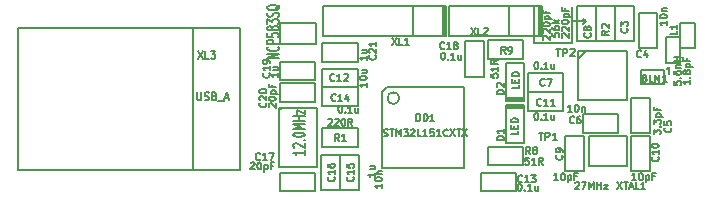
<source format=gto>
G04 (created by PCBNEW (2013-07-07 BZR 4022)-stable) date 24/11/2014 17:48:06*
%MOIN*%
G04 Gerber Fmt 3.4, Leading zero omitted, Abs format*
%FSLAX34Y34*%
G01*
G70*
G90*
G04 APERTURE LIST*
%ADD10C,0.00590551*%
%ADD11C,0.005*%
%ADD12C,0.0059*%
%ADD13C,0.00787402*%
%ADD14C,0.00625*%
%ADD15C,0.0063*%
G04 APERTURE END LIST*
G54D10*
X89921Y-68661D02*
X89842Y-68740D01*
X89921Y-68661D02*
X89842Y-68582D01*
X89448Y-68661D02*
X89921Y-68661D01*
X89448Y-69370D02*
X89448Y-68188D01*
X88188Y-69370D02*
X89448Y-69370D01*
X88188Y-68188D02*
X88188Y-69370D01*
G54D11*
X80914Y-68705D02*
X80914Y-69405D01*
X80914Y-69405D02*
X79714Y-69405D01*
X79714Y-69405D02*
X79714Y-68705D01*
X79714Y-68705D02*
X80914Y-68705D01*
G54D10*
X89672Y-69921D02*
X89928Y-69665D01*
X89672Y-69665D02*
X91286Y-69665D01*
X91286Y-69665D02*
X91286Y-71279D01*
X91286Y-71279D02*
X89672Y-71279D01*
X89672Y-71279D02*
X89672Y-69665D01*
X93070Y-69606D02*
X93070Y-70039D01*
X93070Y-70039D02*
X92598Y-70039D01*
X92598Y-70039D02*
X92598Y-69173D01*
X92598Y-69173D02*
X93070Y-69173D01*
X93070Y-69173D02*
X93070Y-69606D01*
G54D12*
X91283Y-72488D02*
X91283Y-73472D01*
X91283Y-73472D02*
X90023Y-73472D01*
X90023Y-73472D02*
X90023Y-72488D01*
X90023Y-72488D02*
X91283Y-72488D01*
G54D10*
X93543Y-69133D02*
X93543Y-69566D01*
X93543Y-69566D02*
X93070Y-69566D01*
X93070Y-69566D02*
X93070Y-68700D01*
X93070Y-68700D02*
X93543Y-68700D01*
X93543Y-68700D02*
X93543Y-69133D01*
X92612Y-70251D02*
X92690Y-70172D01*
X92690Y-70172D02*
X92690Y-70408D01*
X91745Y-70290D02*
X92533Y-70290D01*
X92533Y-70290D02*
X92533Y-70762D01*
X92533Y-70762D02*
X91745Y-70762D01*
X91745Y-70762D02*
X91745Y-70290D01*
X82322Y-70551D02*
X82322Y-70866D01*
X82322Y-70866D02*
X81141Y-70866D01*
X81141Y-70866D02*
X81141Y-70236D01*
X81141Y-70236D02*
X82322Y-70236D01*
X82322Y-70236D02*
X82322Y-70551D01*
X80905Y-74015D02*
X80905Y-74330D01*
X80905Y-74330D02*
X79724Y-74330D01*
X79724Y-74330D02*
X79724Y-73700D01*
X79724Y-73700D02*
X80905Y-73700D01*
X80905Y-73700D02*
X80905Y-74015D01*
G54D11*
X85826Y-73562D02*
X83110Y-73562D01*
X83110Y-73562D02*
X83110Y-71023D01*
X83130Y-71023D02*
X83307Y-70846D01*
X83307Y-70846D02*
X85846Y-70846D01*
X85846Y-70846D02*
X85846Y-73543D01*
X83701Y-71220D02*
G75*
G03X83701Y-71220I-197J0D01*
G74*
G01*
G54D12*
X79783Y-71535D02*
X79684Y-71633D01*
X80944Y-73503D02*
X79684Y-73503D01*
X79684Y-73503D02*
X79684Y-71535D01*
X79684Y-71535D02*
X80944Y-71535D01*
X80944Y-71535D02*
X80944Y-73503D01*
G54D10*
X79724Y-71023D02*
X79724Y-70708D01*
X79724Y-70708D02*
X80905Y-70708D01*
X80905Y-70708D02*
X80905Y-71338D01*
X80905Y-71338D02*
X79724Y-71338D01*
X79724Y-71338D02*
X79724Y-71023D01*
X79724Y-70314D02*
X79724Y-70000D01*
X79724Y-70000D02*
X80905Y-70000D01*
X80905Y-70000D02*
X80905Y-70629D01*
X80905Y-70629D02*
X79724Y-70629D01*
X79724Y-70629D02*
X79724Y-70314D01*
G54D13*
X85149Y-68161D02*
X85249Y-68161D01*
X85249Y-68161D02*
X85249Y-69161D01*
X85249Y-69161D02*
X85149Y-69161D01*
X85149Y-69161D02*
X85199Y-69161D01*
X85199Y-69161D02*
X85199Y-68161D01*
X84149Y-69161D02*
X84149Y-68161D01*
X85149Y-69161D02*
X81149Y-69161D01*
X81149Y-69161D02*
X81149Y-68161D01*
X81149Y-68161D02*
X85149Y-68161D01*
X85149Y-68161D02*
X85149Y-69161D01*
X88400Y-68161D02*
X88350Y-68161D01*
X88350Y-69161D02*
X88450Y-69161D01*
X88450Y-69161D02*
X88450Y-68161D01*
X88450Y-68161D02*
X88400Y-68161D01*
X88400Y-68161D02*
X88400Y-69111D01*
X85350Y-68161D02*
X88350Y-68161D01*
X88350Y-69161D02*
X85350Y-69161D01*
X87350Y-69161D02*
X87350Y-68161D01*
X85350Y-69161D02*
X85350Y-68161D01*
X88350Y-68161D02*
X88350Y-69161D01*
G54D10*
X90574Y-69319D02*
X90259Y-69319D01*
X90259Y-69319D02*
X90259Y-68138D01*
X90259Y-68138D02*
X90889Y-68138D01*
X90889Y-68138D02*
X90889Y-69319D01*
X90889Y-69319D02*
X90574Y-69319D01*
X86653Y-69606D02*
X86653Y-69291D01*
X86653Y-69291D02*
X87834Y-69291D01*
X87834Y-69291D02*
X87834Y-69921D01*
X87834Y-69921D02*
X86653Y-69921D01*
X86653Y-69921D02*
X86653Y-69606D01*
X86653Y-73149D02*
X86653Y-72834D01*
X86653Y-72834D02*
X87834Y-72834D01*
X87834Y-72834D02*
X87834Y-73464D01*
X87834Y-73464D02*
X86653Y-73464D01*
X86653Y-73464D02*
X86653Y-73149D01*
X82322Y-72519D02*
X82322Y-72834D01*
X82322Y-72834D02*
X81141Y-72834D01*
X81141Y-72834D02*
X81141Y-72204D01*
X81141Y-72204D02*
X82322Y-72204D01*
X82322Y-72204D02*
X82322Y-72519D01*
X87874Y-71220D02*
X87874Y-71279D01*
X87874Y-71279D02*
X87244Y-71279D01*
X87244Y-71279D02*
X87244Y-71220D01*
X87244Y-71220D02*
X87244Y-71318D01*
X87244Y-71318D02*
X87874Y-71318D01*
X87874Y-71318D02*
X87874Y-71279D01*
X87559Y-70039D02*
X87874Y-70039D01*
X87874Y-70039D02*
X87874Y-71220D01*
X87874Y-71220D02*
X87244Y-71220D01*
X87244Y-71220D02*
X87244Y-70039D01*
X87244Y-70039D02*
X87598Y-70039D01*
X89173Y-70708D02*
X89173Y-71023D01*
X89173Y-71023D02*
X87992Y-71023D01*
X87992Y-71023D02*
X87992Y-70393D01*
X87992Y-70393D02*
X89173Y-70393D01*
X89173Y-70393D02*
X89173Y-70708D01*
X86417Y-74015D02*
X86417Y-73700D01*
X86417Y-73700D02*
X87598Y-73700D01*
X87598Y-73700D02*
X87598Y-74330D01*
X87598Y-74330D02*
X86417Y-74330D01*
X86417Y-74330D02*
X86417Y-74015D01*
X82322Y-71181D02*
X82322Y-71496D01*
X82322Y-71496D02*
X81141Y-71496D01*
X81141Y-71496D02*
X81141Y-70866D01*
X81141Y-70866D02*
X82322Y-70866D01*
X82322Y-70866D02*
X82322Y-71181D01*
X81417Y-73110D02*
X81732Y-73110D01*
X81732Y-73110D02*
X81732Y-74291D01*
X81732Y-74291D02*
X81102Y-74291D01*
X81102Y-74291D02*
X81102Y-73110D01*
X81102Y-73110D02*
X81417Y-73110D01*
X82047Y-73110D02*
X82362Y-73110D01*
X82362Y-73110D02*
X82362Y-74291D01*
X82362Y-74291D02*
X81732Y-74291D01*
X81732Y-74291D02*
X81732Y-73110D01*
X81732Y-73110D02*
X82047Y-73110D01*
X91755Y-72468D02*
X92070Y-72468D01*
X92070Y-72468D02*
X92070Y-73650D01*
X92070Y-73650D02*
X91440Y-73650D01*
X91440Y-73650D02*
X91440Y-72468D01*
X91440Y-72468D02*
X91755Y-72468D01*
X89551Y-73650D02*
X89236Y-73650D01*
X89236Y-73650D02*
X89236Y-72468D01*
X89236Y-72468D02*
X89865Y-72468D01*
X89865Y-72468D02*
X89865Y-73650D01*
X89865Y-73650D02*
X89551Y-73650D01*
X89944Y-69319D02*
X89629Y-69319D01*
X89629Y-69319D02*
X89629Y-68138D01*
X89629Y-68138D02*
X90259Y-68138D01*
X90259Y-68138D02*
X90259Y-69319D01*
X90259Y-69319D02*
X89944Y-69319D01*
X91007Y-72064D02*
X91007Y-72379D01*
X91007Y-72379D02*
X89826Y-72379D01*
X89826Y-72379D02*
X89826Y-71749D01*
X89826Y-71749D02*
X91007Y-71749D01*
X91007Y-71749D02*
X91007Y-72064D01*
X81141Y-69685D02*
X81141Y-69370D01*
X81141Y-69370D02*
X82322Y-69370D01*
X82322Y-69370D02*
X82322Y-70000D01*
X82322Y-70000D02*
X81141Y-70000D01*
X81141Y-70000D02*
X81141Y-69685D01*
X91755Y-71209D02*
X92070Y-71209D01*
X92070Y-71209D02*
X92070Y-72390D01*
X92070Y-72390D02*
X91440Y-72390D01*
X91440Y-72390D02*
X91440Y-71209D01*
X91440Y-71209D02*
X91755Y-71209D01*
X91991Y-69555D02*
X91677Y-69555D01*
X91677Y-69555D02*
X91677Y-68374D01*
X91677Y-68374D02*
X92306Y-68374D01*
X92306Y-68374D02*
X92306Y-69555D01*
X92306Y-69555D02*
X91991Y-69555D01*
X91204Y-69319D02*
X90889Y-69319D01*
X90889Y-69319D02*
X90889Y-68138D01*
X90889Y-68138D02*
X91519Y-68138D01*
X91519Y-68138D02*
X91519Y-69319D01*
X91519Y-69319D02*
X91204Y-69319D01*
X89173Y-71338D02*
X89173Y-71653D01*
X89173Y-71653D02*
X87992Y-71653D01*
X87992Y-71653D02*
X87992Y-71023D01*
X87992Y-71023D02*
X89173Y-71023D01*
X89173Y-71023D02*
X89173Y-71338D01*
X86220Y-70511D02*
X85905Y-70511D01*
X85905Y-70511D02*
X85905Y-69330D01*
X85905Y-69330D02*
X86535Y-69330D01*
X86535Y-69330D02*
X86535Y-70511D01*
X86535Y-70511D02*
X86220Y-70511D01*
X87244Y-71535D02*
X87244Y-71476D01*
X87244Y-71476D02*
X87874Y-71476D01*
X87874Y-71476D02*
X87874Y-71535D01*
X87874Y-71535D02*
X87874Y-71437D01*
X87874Y-71437D02*
X87244Y-71437D01*
X87244Y-71437D02*
X87244Y-71476D01*
X87559Y-72716D02*
X87244Y-72716D01*
X87244Y-72716D02*
X87244Y-71535D01*
X87244Y-71535D02*
X87874Y-71535D01*
X87874Y-71535D02*
X87874Y-72716D01*
X87874Y-72716D02*
X87519Y-72716D01*
G54D11*
X76810Y-68897D02*
X76810Y-73621D01*
X78385Y-71259D02*
X78385Y-68897D01*
X78385Y-68897D02*
X70983Y-68897D01*
X70983Y-68897D02*
X70983Y-71259D01*
X70983Y-71259D02*
X70983Y-73621D01*
X70983Y-73621D02*
X78385Y-73621D01*
X78385Y-73621D02*
X78385Y-71259D01*
G54D14*
X88936Y-69575D02*
X89079Y-69575D01*
X89007Y-69825D02*
X89007Y-69575D01*
X89162Y-69825D02*
X89162Y-69575D01*
X89257Y-69575D01*
X89281Y-69587D01*
X89293Y-69599D01*
X89305Y-69623D01*
X89305Y-69658D01*
X89293Y-69682D01*
X89281Y-69694D01*
X89257Y-69706D01*
X89162Y-69706D01*
X89400Y-69599D02*
X89412Y-69587D01*
X89436Y-69575D01*
X89496Y-69575D01*
X89519Y-69587D01*
X89531Y-69599D01*
X89543Y-69623D01*
X89543Y-69647D01*
X89531Y-69682D01*
X89388Y-69825D01*
X89543Y-69825D01*
G54D15*
G54D14*
X88345Y-72370D02*
X88488Y-72370D01*
X88417Y-72620D02*
X88417Y-72370D01*
X88572Y-72620D02*
X88572Y-72370D01*
X88667Y-72370D01*
X88691Y-72382D01*
X88703Y-72394D01*
X88714Y-72418D01*
X88714Y-72454D01*
X88703Y-72478D01*
X88691Y-72489D01*
X88667Y-72501D01*
X88572Y-72501D01*
X88953Y-72620D02*
X88810Y-72620D01*
X88881Y-72620D02*
X88881Y-72370D01*
X88857Y-72406D01*
X88834Y-72430D01*
X88810Y-72442D01*
G54D15*
G54D12*
X79687Y-69892D02*
X79293Y-69892D01*
X79687Y-69757D01*
X79293Y-69757D01*
X79649Y-69510D02*
X79668Y-69521D01*
X79687Y-69555D01*
X79687Y-69577D01*
X79668Y-69611D01*
X79630Y-69633D01*
X79593Y-69645D01*
X79518Y-69656D01*
X79461Y-69656D01*
X79386Y-69645D01*
X79349Y-69633D01*
X79311Y-69611D01*
X79293Y-69577D01*
X79293Y-69555D01*
X79311Y-69521D01*
X79330Y-69510D01*
X79687Y-69409D02*
X79293Y-69409D01*
X79293Y-69319D01*
X79311Y-69296D01*
X79330Y-69285D01*
X79368Y-69274D01*
X79424Y-69274D01*
X79461Y-69285D01*
X79480Y-69296D01*
X79499Y-69319D01*
X79499Y-69409D01*
X79293Y-69060D02*
X79293Y-69173D01*
X79480Y-69184D01*
X79461Y-69173D01*
X79443Y-69150D01*
X79443Y-69094D01*
X79461Y-69071D01*
X79480Y-69060D01*
X79518Y-69049D01*
X79611Y-69049D01*
X79649Y-69060D01*
X79668Y-69071D01*
X79687Y-69094D01*
X79687Y-69150D01*
X79668Y-69173D01*
X79649Y-69184D01*
X79461Y-68914D02*
X79443Y-68937D01*
X79424Y-68948D01*
X79386Y-68959D01*
X79368Y-68959D01*
X79330Y-68948D01*
X79311Y-68937D01*
X79293Y-68914D01*
X79293Y-68869D01*
X79311Y-68847D01*
X79330Y-68835D01*
X79368Y-68824D01*
X79386Y-68824D01*
X79424Y-68835D01*
X79443Y-68847D01*
X79461Y-68869D01*
X79461Y-68914D01*
X79480Y-68937D01*
X79499Y-68948D01*
X79536Y-68959D01*
X79611Y-68959D01*
X79649Y-68948D01*
X79668Y-68937D01*
X79687Y-68914D01*
X79687Y-68869D01*
X79668Y-68847D01*
X79649Y-68835D01*
X79611Y-68824D01*
X79536Y-68824D01*
X79499Y-68835D01*
X79480Y-68847D01*
X79461Y-68869D01*
X79293Y-68746D02*
X79293Y-68599D01*
X79443Y-68678D01*
X79443Y-68644D01*
X79461Y-68622D01*
X79480Y-68611D01*
X79518Y-68599D01*
X79611Y-68599D01*
X79649Y-68611D01*
X79668Y-68622D01*
X79687Y-68644D01*
X79687Y-68712D01*
X79668Y-68734D01*
X79649Y-68746D01*
X79668Y-68510D02*
X79687Y-68476D01*
X79687Y-68420D01*
X79668Y-68397D01*
X79649Y-68386D01*
X79611Y-68375D01*
X79574Y-68375D01*
X79536Y-68386D01*
X79518Y-68397D01*
X79499Y-68420D01*
X79480Y-68465D01*
X79461Y-68487D01*
X79443Y-68498D01*
X79405Y-68510D01*
X79368Y-68510D01*
X79330Y-68498D01*
X79311Y-68487D01*
X79293Y-68465D01*
X79293Y-68408D01*
X79311Y-68375D01*
X79724Y-68116D02*
X79705Y-68139D01*
X79668Y-68161D01*
X79611Y-68195D01*
X79593Y-68217D01*
X79593Y-68240D01*
X79687Y-68229D02*
X79668Y-68251D01*
X79630Y-68274D01*
X79555Y-68285D01*
X79424Y-68285D01*
X79349Y-68274D01*
X79311Y-68251D01*
X79293Y-68229D01*
X79293Y-68184D01*
X79311Y-68161D01*
X79349Y-68139D01*
X79424Y-68127D01*
X79555Y-68127D01*
X79630Y-68139D01*
X79668Y-68161D01*
X79687Y-68184D01*
X79687Y-68229D01*
G54D10*
X92969Y-68976D02*
X92969Y-69088D01*
X92733Y-69088D01*
X92969Y-68773D02*
X92969Y-68908D01*
X92969Y-68841D02*
X92733Y-68841D01*
X92767Y-68863D01*
X92789Y-68886D01*
X92800Y-68908D01*
X92851Y-70658D02*
X92851Y-70770D01*
X92964Y-70781D01*
X92952Y-70770D01*
X92941Y-70748D01*
X92941Y-70691D01*
X92952Y-70669D01*
X92964Y-70658D01*
X92986Y-70646D01*
X93042Y-70646D01*
X93065Y-70658D01*
X93076Y-70669D01*
X93087Y-70691D01*
X93087Y-70748D01*
X93076Y-70770D01*
X93065Y-70781D01*
X93065Y-70545D02*
X93076Y-70534D01*
X93087Y-70545D01*
X93076Y-70556D01*
X93065Y-70545D01*
X93087Y-70545D01*
X92851Y-70331D02*
X92851Y-70376D01*
X92862Y-70399D01*
X92874Y-70410D01*
X92907Y-70433D01*
X92952Y-70444D01*
X93042Y-70444D01*
X93065Y-70433D01*
X93076Y-70421D01*
X93087Y-70399D01*
X93087Y-70354D01*
X93076Y-70331D01*
X93065Y-70320D01*
X93042Y-70309D01*
X92986Y-70309D01*
X92964Y-70320D01*
X92952Y-70331D01*
X92941Y-70354D01*
X92941Y-70399D01*
X92952Y-70421D01*
X92964Y-70433D01*
X92986Y-70444D01*
X92930Y-70208D02*
X93087Y-70208D01*
X92952Y-70208D02*
X92941Y-70196D01*
X92930Y-70174D01*
X92930Y-70140D01*
X92941Y-70118D01*
X92964Y-70106D01*
X93087Y-70106D01*
X93087Y-69994D02*
X92851Y-69994D01*
X92964Y-69994D02*
X92964Y-69859D01*
X93087Y-69859D02*
X92851Y-69859D01*
G54D12*
X90963Y-74021D02*
X91120Y-74257D01*
X91120Y-74021D02*
X90963Y-74257D01*
X91176Y-74021D02*
X91311Y-74021D01*
X91244Y-74257D02*
X91244Y-74021D01*
X91378Y-74189D02*
X91491Y-74189D01*
X91356Y-74257D02*
X91435Y-74021D01*
X91513Y-74257D01*
X91704Y-74257D02*
X91592Y-74257D01*
X91592Y-74021D01*
X91907Y-74257D02*
X91772Y-74257D01*
X91839Y-74257D02*
X91839Y-74021D01*
X91817Y-74055D01*
X91794Y-74077D01*
X91772Y-74088D01*
X89568Y-74043D02*
X89579Y-74032D01*
X89602Y-74021D01*
X89658Y-74021D01*
X89680Y-74032D01*
X89692Y-74043D01*
X89703Y-74066D01*
X89703Y-74088D01*
X89692Y-74122D01*
X89557Y-74257D01*
X89703Y-74257D01*
X89781Y-74021D02*
X89939Y-74021D01*
X89838Y-74257D01*
X90029Y-74257D02*
X90029Y-74021D01*
X90107Y-74189D01*
X90186Y-74021D01*
X90186Y-74257D01*
X90298Y-74257D02*
X90298Y-74021D01*
X90298Y-74133D02*
X90433Y-74133D01*
X90433Y-74257D02*
X90433Y-74021D01*
X90523Y-74100D02*
X90647Y-74100D01*
X90523Y-74257D01*
X90647Y-74257D01*
G54D10*
X93402Y-70624D02*
X93402Y-70759D01*
X93402Y-70691D02*
X93166Y-70691D01*
X93200Y-70714D01*
X93222Y-70736D01*
X93233Y-70759D01*
X93380Y-70523D02*
X93391Y-70511D01*
X93402Y-70523D01*
X93391Y-70534D01*
X93380Y-70523D01*
X93402Y-70523D01*
X93267Y-70376D02*
X93256Y-70399D01*
X93245Y-70410D01*
X93222Y-70421D01*
X93211Y-70421D01*
X93188Y-70410D01*
X93177Y-70399D01*
X93166Y-70376D01*
X93166Y-70331D01*
X93177Y-70309D01*
X93188Y-70298D01*
X93211Y-70286D01*
X93222Y-70286D01*
X93245Y-70298D01*
X93256Y-70309D01*
X93267Y-70331D01*
X93267Y-70376D01*
X93278Y-70399D01*
X93290Y-70410D01*
X93312Y-70421D01*
X93357Y-70421D01*
X93380Y-70410D01*
X93391Y-70399D01*
X93402Y-70376D01*
X93402Y-70331D01*
X93391Y-70309D01*
X93380Y-70298D01*
X93357Y-70286D01*
X93312Y-70286D01*
X93290Y-70298D01*
X93278Y-70309D01*
X93267Y-70331D01*
X93245Y-70185D02*
X93481Y-70185D01*
X93256Y-70185D02*
X93245Y-70163D01*
X93245Y-70118D01*
X93256Y-70095D01*
X93267Y-70084D01*
X93290Y-70073D01*
X93357Y-70073D01*
X93380Y-70084D01*
X93391Y-70095D01*
X93402Y-70118D01*
X93402Y-70163D01*
X93391Y-70185D01*
X93278Y-69893D02*
X93278Y-69971D01*
X93402Y-69971D02*
X93166Y-69971D01*
X93166Y-69859D01*
X91891Y-70553D02*
X91925Y-70564D01*
X91936Y-70576D01*
X91947Y-70598D01*
X91947Y-70632D01*
X91936Y-70654D01*
X91925Y-70666D01*
X91902Y-70677D01*
X91812Y-70677D01*
X91812Y-70441D01*
X91891Y-70441D01*
X91913Y-70452D01*
X91925Y-70463D01*
X91936Y-70486D01*
X91936Y-70508D01*
X91925Y-70531D01*
X91913Y-70542D01*
X91891Y-70553D01*
X91812Y-70553D01*
X92161Y-70677D02*
X92048Y-70677D01*
X92048Y-70441D01*
X92239Y-70677D02*
X92239Y-70441D01*
X92374Y-70677D01*
X92374Y-70441D01*
X92611Y-70677D02*
X92476Y-70677D01*
X92543Y-70677D02*
X92543Y-70441D01*
X92521Y-70474D01*
X92498Y-70497D01*
X92476Y-70508D01*
X81541Y-70624D02*
X81529Y-70635D01*
X81496Y-70646D01*
X81473Y-70646D01*
X81439Y-70635D01*
X81417Y-70613D01*
X81406Y-70590D01*
X81394Y-70545D01*
X81394Y-70511D01*
X81406Y-70466D01*
X81417Y-70444D01*
X81439Y-70421D01*
X81473Y-70410D01*
X81496Y-70410D01*
X81529Y-70421D01*
X81541Y-70433D01*
X81766Y-70646D02*
X81631Y-70646D01*
X81698Y-70646D02*
X81698Y-70410D01*
X81676Y-70444D01*
X81653Y-70466D01*
X81631Y-70478D01*
X81856Y-70433D02*
X81867Y-70421D01*
X81889Y-70410D01*
X81946Y-70410D01*
X81968Y-70421D01*
X81979Y-70433D01*
X81991Y-70455D01*
X81991Y-70478D01*
X81979Y-70511D01*
X81844Y-70646D01*
X81991Y-70646D01*
X82615Y-70703D02*
X82615Y-70838D01*
X82615Y-70770D02*
X82379Y-70770D01*
X82412Y-70793D01*
X82435Y-70815D01*
X82446Y-70838D01*
X82379Y-70556D02*
X82379Y-70534D01*
X82390Y-70511D01*
X82401Y-70500D01*
X82424Y-70489D01*
X82469Y-70478D01*
X82525Y-70478D01*
X82570Y-70489D01*
X82592Y-70500D01*
X82604Y-70511D01*
X82615Y-70534D01*
X82615Y-70556D01*
X82604Y-70579D01*
X82592Y-70590D01*
X82570Y-70601D01*
X82525Y-70613D01*
X82469Y-70613D01*
X82424Y-70601D01*
X82401Y-70590D01*
X82390Y-70579D01*
X82379Y-70556D01*
X82457Y-70275D02*
X82615Y-70275D01*
X82457Y-70376D02*
X82581Y-70376D01*
X82604Y-70365D01*
X82615Y-70343D01*
X82615Y-70309D01*
X82604Y-70286D01*
X82592Y-70275D01*
X79060Y-73262D02*
X79049Y-73273D01*
X79015Y-73284D01*
X78993Y-73284D01*
X78959Y-73273D01*
X78937Y-73250D01*
X78925Y-73228D01*
X78914Y-73183D01*
X78914Y-73149D01*
X78925Y-73104D01*
X78937Y-73082D01*
X78959Y-73059D01*
X78993Y-73048D01*
X79015Y-73048D01*
X79049Y-73059D01*
X79060Y-73070D01*
X79285Y-73284D02*
X79150Y-73284D01*
X79218Y-73284D02*
X79218Y-73048D01*
X79195Y-73082D01*
X79173Y-73104D01*
X79150Y-73115D01*
X79364Y-73048D02*
X79521Y-73048D01*
X79420Y-73284D01*
X78745Y-73385D02*
X78757Y-73374D01*
X78779Y-73363D01*
X78835Y-73363D01*
X78858Y-73374D01*
X78869Y-73385D01*
X78880Y-73408D01*
X78880Y-73430D01*
X78869Y-73464D01*
X78734Y-73599D01*
X78880Y-73599D01*
X79026Y-73363D02*
X79049Y-73363D01*
X79071Y-73374D01*
X79083Y-73385D01*
X79094Y-73408D01*
X79105Y-73453D01*
X79105Y-73509D01*
X79094Y-73554D01*
X79083Y-73577D01*
X79071Y-73588D01*
X79049Y-73599D01*
X79026Y-73599D01*
X79004Y-73588D01*
X78993Y-73577D01*
X78982Y-73554D01*
X78970Y-73509D01*
X78970Y-73453D01*
X78982Y-73408D01*
X78993Y-73385D01*
X79004Y-73374D01*
X79026Y-73363D01*
X79206Y-73442D02*
X79206Y-73678D01*
X79206Y-73453D02*
X79229Y-73442D01*
X79274Y-73442D01*
X79296Y-73453D01*
X79308Y-73464D01*
X79319Y-73487D01*
X79319Y-73554D01*
X79308Y-73577D01*
X79296Y-73588D01*
X79274Y-73599D01*
X79229Y-73599D01*
X79206Y-73588D01*
X79499Y-73475D02*
X79420Y-73475D01*
X79420Y-73599D02*
X79420Y-73363D01*
X79533Y-73363D01*
G54D12*
X84274Y-71985D02*
X84274Y-71749D01*
X84330Y-71749D01*
X84364Y-71760D01*
X84387Y-71783D01*
X84398Y-71805D01*
X84409Y-71850D01*
X84409Y-71884D01*
X84398Y-71929D01*
X84387Y-71951D01*
X84364Y-71974D01*
X84330Y-71985D01*
X84274Y-71985D01*
X84510Y-71985D02*
X84510Y-71749D01*
X84566Y-71749D01*
X84600Y-71760D01*
X84623Y-71783D01*
X84634Y-71805D01*
X84645Y-71850D01*
X84645Y-71884D01*
X84634Y-71929D01*
X84623Y-71951D01*
X84600Y-71974D01*
X84566Y-71985D01*
X84510Y-71985D01*
X84870Y-71985D02*
X84735Y-71985D01*
X84802Y-71985D02*
X84802Y-71749D01*
X84780Y-71783D01*
X84757Y-71805D01*
X84735Y-71816D01*
X83184Y-72485D02*
X83218Y-72497D01*
X83274Y-72497D01*
X83297Y-72485D01*
X83308Y-72474D01*
X83319Y-72452D01*
X83319Y-72429D01*
X83308Y-72407D01*
X83297Y-72395D01*
X83274Y-72384D01*
X83229Y-72373D01*
X83207Y-72362D01*
X83195Y-72351D01*
X83184Y-72328D01*
X83184Y-72306D01*
X83195Y-72283D01*
X83207Y-72272D01*
X83229Y-72261D01*
X83285Y-72261D01*
X83319Y-72272D01*
X83386Y-72261D02*
X83521Y-72261D01*
X83454Y-72497D02*
X83454Y-72261D01*
X83600Y-72497D02*
X83600Y-72261D01*
X83679Y-72429D01*
X83757Y-72261D01*
X83757Y-72497D01*
X83847Y-72261D02*
X83993Y-72261D01*
X83915Y-72351D01*
X83948Y-72351D01*
X83971Y-72362D01*
X83982Y-72373D01*
X83993Y-72395D01*
X83993Y-72452D01*
X83982Y-72474D01*
X83971Y-72485D01*
X83948Y-72497D01*
X83881Y-72497D01*
X83858Y-72485D01*
X83847Y-72474D01*
X84083Y-72283D02*
X84094Y-72272D01*
X84117Y-72261D01*
X84173Y-72261D01*
X84196Y-72272D01*
X84207Y-72283D01*
X84218Y-72306D01*
X84218Y-72328D01*
X84207Y-72362D01*
X84072Y-72497D01*
X84218Y-72497D01*
X84432Y-72497D02*
X84319Y-72497D01*
X84319Y-72261D01*
X84634Y-72497D02*
X84499Y-72497D01*
X84566Y-72497D02*
X84566Y-72261D01*
X84544Y-72294D01*
X84521Y-72317D01*
X84499Y-72328D01*
X84847Y-72261D02*
X84735Y-72261D01*
X84724Y-72373D01*
X84735Y-72362D01*
X84757Y-72351D01*
X84814Y-72351D01*
X84836Y-72362D01*
X84847Y-72373D01*
X84859Y-72395D01*
X84859Y-72452D01*
X84847Y-72474D01*
X84836Y-72485D01*
X84814Y-72497D01*
X84757Y-72497D01*
X84735Y-72485D01*
X84724Y-72474D01*
X85083Y-72497D02*
X84949Y-72497D01*
X85016Y-72497D02*
X85016Y-72261D01*
X84993Y-72294D01*
X84971Y-72317D01*
X84949Y-72328D01*
X85319Y-72474D02*
X85308Y-72485D01*
X85274Y-72497D01*
X85252Y-72497D01*
X85218Y-72485D01*
X85196Y-72463D01*
X85185Y-72440D01*
X85173Y-72395D01*
X85173Y-72362D01*
X85185Y-72317D01*
X85196Y-72294D01*
X85218Y-72272D01*
X85252Y-72261D01*
X85274Y-72261D01*
X85308Y-72272D01*
X85319Y-72283D01*
X85398Y-72261D02*
X85555Y-72497D01*
X85555Y-72261D02*
X85398Y-72497D01*
X85612Y-72261D02*
X85746Y-72261D01*
X85679Y-72497D02*
X85679Y-72261D01*
X85803Y-72261D02*
X85960Y-72497D01*
X85960Y-72261D02*
X85803Y-72497D01*
X80553Y-72963D02*
X80553Y-73106D01*
X80553Y-73034D02*
X80159Y-73034D01*
X80215Y-73058D01*
X80252Y-73082D01*
X80271Y-73106D01*
X80196Y-72868D02*
X80177Y-72856D01*
X80159Y-72832D01*
X80159Y-72772D01*
X80177Y-72749D01*
X80196Y-72737D01*
X80234Y-72725D01*
X80271Y-72725D01*
X80328Y-72737D01*
X80553Y-72880D01*
X80553Y-72725D01*
X80515Y-72618D02*
X80534Y-72606D01*
X80553Y-72618D01*
X80534Y-72630D01*
X80515Y-72618D01*
X80553Y-72618D01*
X80159Y-72451D02*
X80159Y-72427D01*
X80177Y-72403D01*
X80196Y-72391D01*
X80234Y-72380D01*
X80309Y-72368D01*
X80403Y-72368D01*
X80478Y-72380D01*
X80515Y-72391D01*
X80534Y-72403D01*
X80553Y-72427D01*
X80553Y-72451D01*
X80534Y-72475D01*
X80515Y-72487D01*
X80478Y-72499D01*
X80403Y-72511D01*
X80309Y-72511D01*
X80234Y-72499D01*
X80196Y-72487D01*
X80177Y-72475D01*
X80159Y-72451D01*
X80553Y-72261D02*
X80159Y-72261D01*
X80440Y-72177D01*
X80159Y-72094D01*
X80553Y-72094D01*
X80553Y-71975D02*
X80159Y-71975D01*
X80346Y-71975D02*
X80346Y-71832D01*
X80553Y-71832D02*
X80159Y-71832D01*
X80290Y-71737D02*
X80290Y-71606D01*
X80553Y-71737D01*
X80553Y-71606D01*
G54D10*
X79246Y-71372D02*
X79257Y-71383D01*
X79268Y-71417D01*
X79268Y-71439D01*
X79257Y-71473D01*
X79235Y-71496D01*
X79212Y-71507D01*
X79167Y-71518D01*
X79133Y-71518D01*
X79088Y-71507D01*
X79066Y-71496D01*
X79043Y-71473D01*
X79032Y-71439D01*
X79032Y-71417D01*
X79043Y-71383D01*
X79055Y-71372D01*
X79055Y-71282D02*
X79043Y-71271D01*
X79032Y-71248D01*
X79032Y-71192D01*
X79043Y-71169D01*
X79055Y-71158D01*
X79077Y-71147D01*
X79100Y-71147D01*
X79133Y-71158D01*
X79268Y-71293D01*
X79268Y-71147D01*
X79032Y-71001D02*
X79032Y-70978D01*
X79043Y-70956D01*
X79055Y-70944D01*
X79077Y-70933D01*
X79122Y-70922D01*
X79178Y-70922D01*
X79223Y-70933D01*
X79246Y-70944D01*
X79257Y-70956D01*
X79268Y-70978D01*
X79268Y-71001D01*
X79257Y-71023D01*
X79246Y-71034D01*
X79223Y-71046D01*
X79178Y-71057D01*
X79122Y-71057D01*
X79077Y-71046D01*
X79055Y-71034D01*
X79043Y-71023D01*
X79032Y-71001D01*
X79370Y-71529D02*
X79358Y-71518D01*
X79347Y-71496D01*
X79347Y-71439D01*
X79358Y-71417D01*
X79370Y-71406D01*
X79392Y-71394D01*
X79415Y-71394D01*
X79448Y-71406D01*
X79583Y-71541D01*
X79583Y-71394D01*
X79347Y-71248D02*
X79347Y-71226D01*
X79358Y-71203D01*
X79370Y-71192D01*
X79392Y-71181D01*
X79437Y-71169D01*
X79493Y-71169D01*
X79538Y-71181D01*
X79561Y-71192D01*
X79572Y-71203D01*
X79583Y-71226D01*
X79583Y-71248D01*
X79572Y-71271D01*
X79561Y-71282D01*
X79538Y-71293D01*
X79493Y-71304D01*
X79437Y-71304D01*
X79392Y-71293D01*
X79370Y-71282D01*
X79358Y-71271D01*
X79347Y-71248D01*
X79426Y-71068D02*
X79662Y-71068D01*
X79437Y-71068D02*
X79426Y-71046D01*
X79426Y-71001D01*
X79437Y-70978D01*
X79448Y-70967D01*
X79471Y-70956D01*
X79538Y-70956D01*
X79561Y-70967D01*
X79572Y-70978D01*
X79583Y-71001D01*
X79583Y-71046D01*
X79572Y-71068D01*
X79460Y-70776D02*
X79460Y-70854D01*
X79583Y-70854D02*
X79347Y-70854D01*
X79347Y-70742D01*
X79364Y-70388D02*
X79375Y-70399D01*
X79386Y-70433D01*
X79386Y-70455D01*
X79375Y-70489D01*
X79353Y-70511D01*
X79330Y-70523D01*
X79285Y-70534D01*
X79251Y-70534D01*
X79206Y-70523D01*
X79184Y-70511D01*
X79161Y-70489D01*
X79150Y-70455D01*
X79150Y-70433D01*
X79161Y-70399D01*
X79173Y-70388D01*
X79386Y-70163D02*
X79386Y-70298D01*
X79386Y-70230D02*
X79150Y-70230D01*
X79184Y-70253D01*
X79206Y-70275D01*
X79218Y-70298D01*
X79386Y-70050D02*
X79386Y-70005D01*
X79375Y-69983D01*
X79364Y-69971D01*
X79330Y-69949D01*
X79285Y-69938D01*
X79195Y-69938D01*
X79173Y-69949D01*
X79161Y-69960D01*
X79150Y-69983D01*
X79150Y-70028D01*
X79161Y-70050D01*
X79173Y-70061D01*
X79195Y-70073D01*
X79251Y-70073D01*
X79274Y-70061D01*
X79285Y-70050D01*
X79296Y-70028D01*
X79296Y-69983D01*
X79285Y-69960D01*
X79274Y-69949D01*
X79251Y-69938D01*
X79662Y-70393D02*
X79662Y-70528D01*
X79662Y-70461D02*
X79426Y-70461D01*
X79460Y-70483D01*
X79482Y-70506D01*
X79493Y-70528D01*
X79505Y-70191D02*
X79662Y-70191D01*
X79505Y-70292D02*
X79628Y-70292D01*
X79651Y-70281D01*
X79662Y-70258D01*
X79662Y-70224D01*
X79651Y-70202D01*
X79640Y-70191D01*
X83453Y-69229D02*
X83610Y-69465D01*
X83610Y-69229D02*
X83453Y-69465D01*
X83813Y-69465D02*
X83700Y-69465D01*
X83700Y-69229D01*
X84015Y-69465D02*
X83880Y-69465D01*
X83948Y-69465D02*
X83948Y-69229D01*
X83925Y-69263D01*
X83903Y-69285D01*
X83880Y-69296D01*
X86091Y-68875D02*
X86248Y-69111D01*
X86248Y-68875D02*
X86091Y-69111D01*
X86451Y-69111D02*
X86338Y-69111D01*
X86338Y-68875D01*
X86518Y-68897D02*
X86529Y-68886D01*
X86552Y-68875D01*
X86608Y-68875D01*
X86631Y-68886D01*
X86642Y-68897D01*
X86653Y-68920D01*
X86653Y-68942D01*
X86642Y-68976D01*
X86507Y-69111D01*
X86653Y-69111D01*
X90686Y-68976D02*
X90573Y-69055D01*
X90686Y-69111D02*
X90449Y-69111D01*
X90449Y-69021D01*
X90461Y-68998D01*
X90472Y-68987D01*
X90494Y-68976D01*
X90528Y-68976D01*
X90551Y-68987D01*
X90562Y-68998D01*
X90573Y-69021D01*
X90573Y-69111D01*
X90472Y-68886D02*
X90461Y-68875D01*
X90449Y-68852D01*
X90449Y-68796D01*
X90461Y-68773D01*
X90472Y-68762D01*
X90494Y-68751D01*
X90517Y-68751D01*
X90551Y-68762D01*
X90686Y-68897D01*
X90686Y-68751D01*
X88796Y-69049D02*
X88796Y-69161D01*
X88908Y-69173D01*
X88897Y-69161D01*
X88886Y-69139D01*
X88886Y-69083D01*
X88897Y-69060D01*
X88908Y-69049D01*
X88931Y-69038D01*
X88987Y-69038D01*
X89010Y-69049D01*
X89021Y-69060D01*
X89032Y-69083D01*
X89032Y-69139D01*
X89021Y-69161D01*
X89010Y-69173D01*
X88796Y-68835D02*
X88796Y-68880D01*
X88807Y-68903D01*
X88818Y-68914D01*
X88852Y-68937D01*
X88897Y-68948D01*
X88987Y-68948D01*
X89010Y-68937D01*
X89021Y-68925D01*
X89032Y-68903D01*
X89032Y-68858D01*
X89021Y-68835D01*
X89010Y-68824D01*
X88987Y-68813D01*
X88931Y-68813D01*
X88908Y-68824D01*
X88897Y-68835D01*
X88886Y-68858D01*
X88886Y-68903D01*
X88897Y-68925D01*
X88908Y-68937D01*
X88931Y-68948D01*
X89032Y-68712D02*
X88796Y-68712D01*
X88942Y-68689D02*
X89032Y-68622D01*
X88875Y-68622D02*
X88965Y-68712D01*
X87244Y-69741D02*
X87165Y-69628D01*
X87109Y-69741D02*
X87109Y-69505D01*
X87199Y-69505D01*
X87221Y-69516D01*
X87232Y-69527D01*
X87244Y-69550D01*
X87244Y-69583D01*
X87232Y-69606D01*
X87221Y-69617D01*
X87199Y-69628D01*
X87109Y-69628D01*
X87356Y-69741D02*
X87401Y-69741D01*
X87424Y-69730D01*
X87435Y-69718D01*
X87457Y-69685D01*
X87469Y-69640D01*
X87469Y-69550D01*
X87457Y-69527D01*
X87446Y-69516D01*
X87424Y-69505D01*
X87379Y-69505D01*
X87356Y-69516D01*
X87345Y-69527D01*
X87334Y-69550D01*
X87334Y-69606D01*
X87345Y-69628D01*
X87356Y-69640D01*
X87379Y-69651D01*
X87424Y-69651D01*
X87446Y-69640D01*
X87457Y-69628D01*
X87469Y-69606D01*
X86749Y-70410D02*
X86749Y-70523D01*
X86861Y-70534D01*
X86850Y-70523D01*
X86839Y-70500D01*
X86839Y-70444D01*
X86850Y-70421D01*
X86861Y-70410D01*
X86884Y-70399D01*
X86940Y-70399D01*
X86962Y-70410D01*
X86974Y-70421D01*
X86985Y-70444D01*
X86985Y-70500D01*
X86974Y-70523D01*
X86962Y-70534D01*
X86985Y-70174D02*
X86985Y-70309D01*
X86985Y-70241D02*
X86749Y-70241D01*
X86782Y-70264D01*
X86805Y-70286D01*
X86816Y-70309D01*
X86985Y-69938D02*
X86872Y-70016D01*
X86985Y-70073D02*
X86749Y-70073D01*
X86749Y-69983D01*
X86760Y-69960D01*
X86771Y-69949D01*
X86794Y-69938D01*
X86827Y-69938D01*
X86850Y-69949D01*
X86861Y-69960D01*
X86872Y-69983D01*
X86872Y-70073D01*
X88070Y-73087D02*
X87992Y-72975D01*
X87935Y-73087D02*
X87935Y-72851D01*
X88025Y-72851D01*
X88048Y-72862D01*
X88059Y-72874D01*
X88070Y-72896D01*
X88070Y-72930D01*
X88059Y-72952D01*
X88048Y-72964D01*
X88025Y-72975D01*
X87935Y-72975D01*
X88205Y-72952D02*
X88183Y-72941D01*
X88172Y-72930D01*
X88160Y-72907D01*
X88160Y-72896D01*
X88172Y-72874D01*
X88183Y-72862D01*
X88205Y-72851D01*
X88250Y-72851D01*
X88273Y-72862D01*
X88284Y-72874D01*
X88295Y-72896D01*
X88295Y-72907D01*
X88284Y-72930D01*
X88273Y-72941D01*
X88250Y-72952D01*
X88205Y-72952D01*
X88183Y-72964D01*
X88172Y-72975D01*
X88160Y-72997D01*
X88160Y-73042D01*
X88172Y-73065D01*
X88183Y-73076D01*
X88205Y-73087D01*
X88250Y-73087D01*
X88273Y-73076D01*
X88284Y-73065D01*
X88295Y-73042D01*
X88295Y-72997D01*
X88284Y-72975D01*
X88273Y-72964D01*
X88250Y-72952D01*
X88014Y-73205D02*
X87902Y-73205D01*
X87890Y-73318D01*
X87902Y-73307D01*
X87924Y-73295D01*
X87980Y-73295D01*
X88003Y-73307D01*
X88014Y-73318D01*
X88025Y-73340D01*
X88025Y-73397D01*
X88014Y-73419D01*
X88003Y-73430D01*
X87980Y-73442D01*
X87924Y-73442D01*
X87902Y-73430D01*
X87890Y-73419D01*
X88250Y-73442D02*
X88115Y-73442D01*
X88183Y-73442D02*
X88183Y-73205D01*
X88160Y-73239D01*
X88138Y-73262D01*
X88115Y-73273D01*
X88487Y-73442D02*
X88408Y-73329D01*
X88352Y-73442D02*
X88352Y-73205D01*
X88442Y-73205D01*
X88464Y-73217D01*
X88475Y-73228D01*
X88487Y-73250D01*
X88487Y-73284D01*
X88475Y-73307D01*
X88464Y-73318D01*
X88442Y-73329D01*
X88352Y-73329D01*
X81692Y-72654D02*
X81614Y-72542D01*
X81557Y-72654D02*
X81557Y-72418D01*
X81647Y-72418D01*
X81670Y-72429D01*
X81681Y-72440D01*
X81692Y-72463D01*
X81692Y-72497D01*
X81681Y-72519D01*
X81670Y-72530D01*
X81647Y-72542D01*
X81557Y-72542D01*
X81917Y-72654D02*
X81782Y-72654D01*
X81850Y-72654D02*
X81850Y-72418D01*
X81827Y-72452D01*
X81805Y-72474D01*
X81782Y-72485D01*
X81321Y-71929D02*
X81332Y-71917D01*
X81355Y-71906D01*
X81411Y-71906D01*
X81434Y-71917D01*
X81445Y-71929D01*
X81456Y-71951D01*
X81456Y-71974D01*
X81445Y-72007D01*
X81310Y-72142D01*
X81456Y-72142D01*
X81546Y-71929D02*
X81557Y-71917D01*
X81580Y-71906D01*
X81636Y-71906D01*
X81659Y-71917D01*
X81670Y-71929D01*
X81681Y-71951D01*
X81681Y-71974D01*
X81670Y-72007D01*
X81535Y-72142D01*
X81681Y-72142D01*
X81827Y-71906D02*
X81850Y-71906D01*
X81872Y-71917D01*
X81884Y-71929D01*
X81895Y-71951D01*
X81906Y-71996D01*
X81906Y-72052D01*
X81895Y-72097D01*
X81884Y-72120D01*
X81872Y-72131D01*
X81850Y-72142D01*
X81827Y-72142D01*
X81805Y-72131D01*
X81794Y-72120D01*
X81782Y-72097D01*
X81771Y-72052D01*
X81771Y-71996D01*
X81782Y-71951D01*
X81794Y-71929D01*
X81805Y-71917D01*
X81827Y-71906D01*
X82142Y-72142D02*
X82064Y-72030D01*
X82007Y-72142D02*
X82007Y-71906D01*
X82097Y-71906D01*
X82120Y-71917D01*
X82131Y-71929D01*
X82142Y-71951D01*
X82142Y-71985D01*
X82131Y-72007D01*
X82120Y-72019D01*
X82097Y-72030D01*
X82007Y-72030D01*
X87182Y-71079D02*
X86946Y-71079D01*
X86946Y-71023D01*
X86957Y-70989D01*
X86979Y-70967D01*
X87002Y-70956D01*
X87047Y-70944D01*
X87080Y-70944D01*
X87125Y-70956D01*
X87148Y-70967D01*
X87170Y-70989D01*
X87182Y-71023D01*
X87182Y-71079D01*
X86968Y-70854D02*
X86957Y-70843D01*
X86946Y-70821D01*
X86946Y-70764D01*
X86957Y-70742D01*
X86968Y-70731D01*
X86991Y-70719D01*
X87013Y-70719D01*
X87047Y-70731D01*
X87182Y-70866D01*
X87182Y-70719D01*
X87694Y-70781D02*
X87694Y-70894D01*
X87457Y-70894D01*
X87570Y-70703D02*
X87570Y-70624D01*
X87694Y-70590D02*
X87694Y-70703D01*
X87457Y-70703D01*
X87457Y-70590D01*
X87694Y-70489D02*
X87457Y-70489D01*
X87457Y-70433D01*
X87469Y-70399D01*
X87491Y-70376D01*
X87514Y-70365D01*
X87559Y-70354D01*
X87592Y-70354D01*
X87637Y-70365D01*
X87660Y-70376D01*
X87682Y-70399D01*
X87694Y-70433D01*
X87694Y-70489D01*
X88543Y-70781D02*
X88532Y-70793D01*
X88498Y-70804D01*
X88475Y-70804D01*
X88442Y-70793D01*
X88419Y-70770D01*
X88408Y-70748D01*
X88397Y-70703D01*
X88397Y-70669D01*
X88408Y-70624D01*
X88419Y-70601D01*
X88442Y-70579D01*
X88475Y-70568D01*
X88498Y-70568D01*
X88532Y-70579D01*
X88543Y-70590D01*
X88622Y-70568D02*
X88779Y-70568D01*
X88678Y-70804D01*
X88256Y-70017D02*
X88279Y-70017D01*
X88301Y-70028D01*
X88313Y-70039D01*
X88324Y-70062D01*
X88335Y-70107D01*
X88335Y-70163D01*
X88324Y-70208D01*
X88313Y-70230D01*
X88301Y-70242D01*
X88279Y-70253D01*
X88256Y-70253D01*
X88234Y-70242D01*
X88223Y-70230D01*
X88211Y-70208D01*
X88200Y-70163D01*
X88200Y-70107D01*
X88211Y-70062D01*
X88223Y-70039D01*
X88234Y-70028D01*
X88256Y-70017D01*
X88436Y-70230D02*
X88448Y-70242D01*
X88436Y-70253D01*
X88425Y-70242D01*
X88436Y-70230D01*
X88436Y-70253D01*
X88673Y-70253D02*
X88538Y-70253D01*
X88605Y-70253D02*
X88605Y-70017D01*
X88583Y-70050D01*
X88560Y-70073D01*
X88538Y-70084D01*
X88875Y-70095D02*
X88875Y-70253D01*
X88774Y-70095D02*
X88774Y-70219D01*
X88785Y-70242D01*
X88808Y-70253D01*
X88841Y-70253D01*
X88864Y-70242D01*
X88875Y-70230D01*
X87800Y-74010D02*
X87789Y-74021D01*
X87755Y-74032D01*
X87733Y-74032D01*
X87699Y-74021D01*
X87677Y-73998D01*
X87665Y-73976D01*
X87654Y-73931D01*
X87654Y-73897D01*
X87665Y-73852D01*
X87677Y-73830D01*
X87699Y-73807D01*
X87733Y-73796D01*
X87755Y-73796D01*
X87789Y-73807D01*
X87800Y-73818D01*
X88025Y-74032D02*
X87890Y-74032D01*
X87958Y-74032D02*
X87958Y-73796D01*
X87935Y-73830D01*
X87913Y-73852D01*
X87890Y-73863D01*
X88104Y-73796D02*
X88250Y-73796D01*
X88172Y-73886D01*
X88205Y-73886D01*
X88228Y-73897D01*
X88239Y-73908D01*
X88250Y-73931D01*
X88250Y-73987D01*
X88239Y-74010D01*
X88228Y-74021D01*
X88205Y-74032D01*
X88138Y-74032D01*
X88115Y-74021D01*
X88104Y-74010D01*
X87705Y-74071D02*
X87727Y-74071D01*
X87750Y-74083D01*
X87761Y-74094D01*
X87772Y-74116D01*
X87784Y-74161D01*
X87784Y-74218D01*
X87772Y-74263D01*
X87761Y-74285D01*
X87750Y-74296D01*
X87727Y-74308D01*
X87705Y-74308D01*
X87682Y-74296D01*
X87671Y-74285D01*
X87660Y-74263D01*
X87649Y-74218D01*
X87649Y-74161D01*
X87660Y-74116D01*
X87671Y-74094D01*
X87682Y-74083D01*
X87705Y-74071D01*
X87885Y-74285D02*
X87896Y-74296D01*
X87885Y-74308D01*
X87874Y-74296D01*
X87885Y-74285D01*
X87885Y-74308D01*
X88121Y-74308D02*
X87986Y-74308D01*
X88053Y-74308D02*
X88053Y-74071D01*
X88031Y-74105D01*
X88008Y-74128D01*
X87986Y-74139D01*
X88323Y-74150D02*
X88323Y-74308D01*
X88222Y-74150D02*
X88222Y-74274D01*
X88233Y-74296D01*
X88256Y-74308D01*
X88290Y-74308D01*
X88312Y-74296D01*
X88323Y-74285D01*
X81580Y-71293D02*
X81569Y-71304D01*
X81535Y-71316D01*
X81512Y-71316D01*
X81479Y-71304D01*
X81456Y-71282D01*
X81445Y-71259D01*
X81434Y-71214D01*
X81434Y-71181D01*
X81445Y-71136D01*
X81456Y-71113D01*
X81479Y-71091D01*
X81512Y-71079D01*
X81535Y-71079D01*
X81569Y-71091D01*
X81580Y-71102D01*
X81805Y-71316D02*
X81670Y-71316D01*
X81737Y-71316D02*
X81737Y-71079D01*
X81715Y-71113D01*
X81692Y-71136D01*
X81670Y-71147D01*
X82007Y-71158D02*
X82007Y-71316D01*
X81951Y-71068D02*
X81895Y-71237D01*
X82041Y-71237D01*
X81721Y-71473D02*
X81743Y-71473D01*
X81766Y-71484D01*
X81777Y-71496D01*
X81788Y-71518D01*
X81799Y-71563D01*
X81799Y-71619D01*
X81788Y-71664D01*
X81777Y-71687D01*
X81766Y-71698D01*
X81743Y-71709D01*
X81721Y-71709D01*
X81698Y-71698D01*
X81687Y-71687D01*
X81676Y-71664D01*
X81664Y-71619D01*
X81664Y-71563D01*
X81676Y-71518D01*
X81687Y-71496D01*
X81698Y-71484D01*
X81721Y-71473D01*
X81901Y-71687D02*
X81912Y-71698D01*
X81901Y-71709D01*
X81889Y-71698D01*
X81901Y-71687D01*
X81901Y-71709D01*
X82137Y-71709D02*
X82002Y-71709D01*
X82069Y-71709D02*
X82069Y-71473D01*
X82047Y-71507D01*
X82024Y-71529D01*
X82002Y-71541D01*
X82339Y-71552D02*
X82339Y-71709D01*
X82238Y-71552D02*
X82238Y-71676D01*
X82249Y-71698D01*
X82272Y-71709D01*
X82305Y-71709D01*
X82328Y-71698D01*
X82339Y-71687D01*
X81529Y-73852D02*
X81541Y-73863D01*
X81552Y-73897D01*
X81552Y-73920D01*
X81541Y-73953D01*
X81518Y-73976D01*
X81496Y-73987D01*
X81451Y-73998D01*
X81417Y-73998D01*
X81372Y-73987D01*
X81349Y-73976D01*
X81327Y-73953D01*
X81316Y-73920D01*
X81316Y-73897D01*
X81327Y-73863D01*
X81338Y-73852D01*
X81552Y-73627D02*
X81552Y-73762D01*
X81552Y-73695D02*
X81316Y-73695D01*
X81349Y-73717D01*
X81372Y-73740D01*
X81383Y-73762D01*
X81316Y-73425D02*
X81316Y-73470D01*
X81327Y-73492D01*
X81338Y-73503D01*
X81372Y-73526D01*
X81417Y-73537D01*
X81507Y-73537D01*
X81529Y-73526D01*
X81541Y-73515D01*
X81552Y-73492D01*
X81552Y-73447D01*
X81541Y-73425D01*
X81529Y-73413D01*
X81507Y-73402D01*
X81451Y-73402D01*
X81428Y-73413D01*
X81417Y-73425D01*
X81406Y-73447D01*
X81406Y-73492D01*
X81417Y-73515D01*
X81428Y-73526D01*
X81451Y-73537D01*
X82890Y-73700D02*
X82890Y-73835D01*
X82890Y-73768D02*
X82654Y-73768D01*
X82688Y-73790D01*
X82710Y-73813D01*
X82722Y-73835D01*
X82733Y-73498D02*
X82890Y-73498D01*
X82733Y-73599D02*
X82857Y-73599D01*
X82879Y-73588D01*
X82890Y-73565D01*
X82890Y-73532D01*
X82879Y-73509D01*
X82868Y-73498D01*
X82159Y-73852D02*
X82170Y-73863D01*
X82182Y-73897D01*
X82182Y-73920D01*
X82170Y-73953D01*
X82148Y-73976D01*
X82125Y-73987D01*
X82080Y-73998D01*
X82047Y-73998D01*
X82002Y-73987D01*
X81979Y-73976D01*
X81957Y-73953D01*
X81946Y-73920D01*
X81946Y-73897D01*
X81957Y-73863D01*
X81968Y-73852D01*
X82182Y-73627D02*
X82182Y-73762D01*
X82182Y-73695D02*
X81946Y-73695D01*
X81979Y-73717D01*
X82002Y-73740D01*
X82013Y-73762D01*
X81946Y-73413D02*
X81946Y-73526D01*
X82058Y-73537D01*
X82047Y-73526D01*
X82035Y-73503D01*
X82035Y-73447D01*
X82047Y-73425D01*
X82058Y-73413D01*
X82080Y-73402D01*
X82137Y-73402D01*
X82159Y-73413D01*
X82170Y-73425D01*
X82182Y-73447D01*
X82182Y-73503D01*
X82170Y-73526D01*
X82159Y-73537D01*
X83127Y-74088D02*
X83127Y-74223D01*
X83127Y-74156D02*
X82890Y-74156D01*
X82924Y-74178D01*
X82947Y-74201D01*
X82958Y-74223D01*
X82890Y-73942D02*
X82890Y-73920D01*
X82902Y-73897D01*
X82913Y-73886D01*
X82935Y-73875D01*
X82980Y-73863D01*
X83037Y-73863D01*
X83082Y-73875D01*
X83104Y-73886D01*
X83115Y-73897D01*
X83127Y-73920D01*
X83127Y-73942D01*
X83115Y-73965D01*
X83104Y-73976D01*
X83082Y-73987D01*
X83037Y-73998D01*
X82980Y-73998D01*
X82935Y-73987D01*
X82913Y-73976D01*
X82902Y-73965D01*
X82890Y-73942D01*
X82969Y-73762D02*
X83127Y-73762D01*
X82992Y-73762D02*
X82980Y-73751D01*
X82969Y-73728D01*
X82969Y-73695D01*
X82980Y-73672D01*
X83003Y-73661D01*
X83127Y-73661D01*
X92328Y-73186D02*
X92340Y-73197D01*
X92351Y-73231D01*
X92351Y-73253D01*
X92340Y-73287D01*
X92317Y-73310D01*
X92295Y-73321D01*
X92250Y-73332D01*
X92216Y-73332D01*
X92171Y-73321D01*
X92148Y-73310D01*
X92126Y-73287D01*
X92115Y-73253D01*
X92115Y-73231D01*
X92126Y-73197D01*
X92137Y-73186D01*
X92351Y-72961D02*
X92351Y-73096D01*
X92351Y-73028D02*
X92115Y-73028D01*
X92148Y-73051D01*
X92171Y-73073D01*
X92182Y-73096D01*
X92115Y-72815D02*
X92115Y-72792D01*
X92126Y-72770D01*
X92137Y-72758D01*
X92160Y-72747D01*
X92205Y-72736D01*
X92261Y-72736D01*
X92306Y-72747D01*
X92328Y-72758D01*
X92340Y-72770D01*
X92351Y-72792D01*
X92351Y-72815D01*
X92340Y-72837D01*
X92328Y-72848D01*
X92306Y-72860D01*
X92261Y-72871D01*
X92205Y-72871D01*
X92160Y-72860D01*
X92137Y-72848D01*
X92126Y-72837D01*
X92115Y-72815D01*
X91597Y-73953D02*
X91462Y-73953D01*
X91529Y-73953D02*
X91529Y-73717D01*
X91507Y-73751D01*
X91484Y-73773D01*
X91462Y-73785D01*
X91743Y-73717D02*
X91766Y-73717D01*
X91788Y-73728D01*
X91799Y-73740D01*
X91811Y-73762D01*
X91822Y-73807D01*
X91822Y-73863D01*
X91811Y-73908D01*
X91799Y-73931D01*
X91788Y-73942D01*
X91766Y-73953D01*
X91743Y-73953D01*
X91721Y-73942D01*
X91709Y-73931D01*
X91698Y-73908D01*
X91687Y-73863D01*
X91687Y-73807D01*
X91698Y-73762D01*
X91709Y-73740D01*
X91721Y-73728D01*
X91743Y-73717D01*
X91923Y-73796D02*
X91923Y-74032D01*
X91923Y-73807D02*
X91946Y-73796D01*
X91991Y-73796D01*
X92013Y-73807D01*
X92024Y-73818D01*
X92035Y-73841D01*
X92035Y-73908D01*
X92024Y-73931D01*
X92013Y-73942D01*
X91991Y-73953D01*
X91946Y-73953D01*
X91923Y-73942D01*
X92215Y-73830D02*
X92137Y-73830D01*
X92137Y-73953D02*
X92137Y-73717D01*
X92249Y-73717D01*
X89124Y-73123D02*
X89135Y-73135D01*
X89146Y-73168D01*
X89146Y-73191D01*
X89135Y-73225D01*
X89112Y-73247D01*
X89090Y-73258D01*
X89045Y-73270D01*
X89011Y-73270D01*
X88966Y-73258D01*
X88944Y-73247D01*
X88921Y-73225D01*
X88910Y-73191D01*
X88910Y-73168D01*
X88921Y-73135D01*
X88932Y-73123D01*
X89146Y-73011D02*
X89146Y-72966D01*
X89135Y-72943D01*
X89124Y-72932D01*
X89090Y-72910D01*
X89045Y-72898D01*
X88955Y-72898D01*
X88932Y-72910D01*
X88921Y-72921D01*
X88910Y-72943D01*
X88910Y-72988D01*
X88921Y-73011D01*
X88932Y-73022D01*
X88955Y-73033D01*
X89011Y-73033D01*
X89034Y-73022D01*
X89045Y-73011D01*
X89056Y-72988D01*
X89056Y-72943D01*
X89045Y-72921D01*
X89034Y-72910D01*
X89011Y-72898D01*
X88998Y-73953D02*
X88863Y-73953D01*
X88931Y-73953D02*
X88931Y-73717D01*
X88908Y-73751D01*
X88886Y-73773D01*
X88863Y-73785D01*
X89145Y-73717D02*
X89167Y-73717D01*
X89190Y-73728D01*
X89201Y-73740D01*
X89212Y-73762D01*
X89223Y-73807D01*
X89223Y-73863D01*
X89212Y-73908D01*
X89201Y-73931D01*
X89190Y-73942D01*
X89167Y-73953D01*
X89145Y-73953D01*
X89122Y-73942D01*
X89111Y-73931D01*
X89100Y-73908D01*
X89088Y-73863D01*
X89088Y-73807D01*
X89100Y-73762D01*
X89111Y-73740D01*
X89122Y-73728D01*
X89145Y-73717D01*
X89325Y-73796D02*
X89325Y-74032D01*
X89325Y-73807D02*
X89347Y-73796D01*
X89392Y-73796D01*
X89415Y-73807D01*
X89426Y-73818D01*
X89437Y-73841D01*
X89437Y-73908D01*
X89426Y-73931D01*
X89415Y-73942D01*
X89392Y-73953D01*
X89347Y-73953D01*
X89325Y-73942D01*
X89617Y-73830D02*
X89538Y-73830D01*
X89538Y-73953D02*
X89538Y-73717D01*
X89651Y-73717D01*
X90073Y-69055D02*
X90084Y-69066D01*
X90095Y-69100D01*
X90095Y-69122D01*
X90084Y-69156D01*
X90061Y-69178D01*
X90039Y-69190D01*
X89994Y-69201D01*
X89960Y-69201D01*
X89915Y-69190D01*
X89893Y-69178D01*
X89870Y-69156D01*
X89859Y-69122D01*
X89859Y-69100D01*
X89870Y-69066D01*
X89881Y-69055D01*
X89960Y-68920D02*
X89949Y-68942D01*
X89938Y-68953D01*
X89915Y-68965D01*
X89904Y-68965D01*
X89881Y-68953D01*
X89870Y-68942D01*
X89859Y-68920D01*
X89859Y-68875D01*
X89870Y-68852D01*
X89881Y-68841D01*
X89904Y-68830D01*
X89915Y-68830D01*
X89938Y-68841D01*
X89949Y-68852D01*
X89960Y-68875D01*
X89960Y-68920D01*
X89971Y-68942D01*
X89983Y-68953D01*
X90005Y-68965D01*
X90050Y-68965D01*
X90073Y-68953D01*
X90084Y-68942D01*
X90095Y-68920D01*
X90095Y-68875D01*
X90084Y-68852D01*
X90073Y-68841D01*
X90050Y-68830D01*
X90005Y-68830D01*
X89983Y-68841D01*
X89971Y-68852D01*
X89960Y-68875D01*
X88503Y-69280D02*
X88492Y-69268D01*
X88481Y-69246D01*
X88481Y-69190D01*
X88492Y-69167D01*
X88503Y-69156D01*
X88526Y-69145D01*
X88548Y-69145D01*
X88582Y-69156D01*
X88717Y-69291D01*
X88717Y-69145D01*
X88503Y-69055D02*
X88492Y-69043D01*
X88481Y-69021D01*
X88481Y-68965D01*
X88492Y-68942D01*
X88503Y-68931D01*
X88526Y-68920D01*
X88548Y-68920D01*
X88582Y-68931D01*
X88717Y-69066D01*
X88717Y-68920D01*
X88481Y-68773D02*
X88481Y-68751D01*
X88492Y-68728D01*
X88503Y-68717D01*
X88526Y-68706D01*
X88571Y-68695D01*
X88627Y-68695D01*
X88672Y-68706D01*
X88695Y-68717D01*
X88706Y-68728D01*
X88717Y-68751D01*
X88717Y-68773D01*
X88706Y-68796D01*
X88695Y-68807D01*
X88672Y-68818D01*
X88627Y-68830D01*
X88571Y-68830D01*
X88526Y-68818D01*
X88503Y-68807D01*
X88492Y-68796D01*
X88481Y-68773D01*
X88560Y-68593D02*
X88796Y-68593D01*
X88571Y-68593D02*
X88560Y-68571D01*
X88560Y-68526D01*
X88571Y-68503D01*
X88582Y-68492D01*
X88605Y-68481D01*
X88672Y-68481D01*
X88695Y-68492D01*
X88706Y-68503D01*
X88717Y-68526D01*
X88717Y-68571D01*
X88706Y-68593D01*
X88593Y-68301D02*
X88593Y-68380D01*
X88717Y-68380D02*
X88481Y-68380D01*
X88481Y-68267D01*
X89527Y-72041D02*
X89516Y-72052D01*
X89482Y-72064D01*
X89460Y-72064D01*
X89426Y-72052D01*
X89403Y-72030D01*
X89392Y-72007D01*
X89381Y-71962D01*
X89381Y-71929D01*
X89392Y-71884D01*
X89403Y-71861D01*
X89426Y-71839D01*
X89460Y-71827D01*
X89482Y-71827D01*
X89516Y-71839D01*
X89527Y-71850D01*
X89730Y-71827D02*
X89685Y-71827D01*
X89662Y-71839D01*
X89651Y-71850D01*
X89628Y-71884D01*
X89617Y-71929D01*
X89617Y-72019D01*
X89628Y-72041D01*
X89640Y-72052D01*
X89662Y-72064D01*
X89707Y-72064D01*
X89730Y-72052D01*
X89741Y-72041D01*
X89752Y-72019D01*
X89752Y-71962D01*
X89741Y-71940D01*
X89730Y-71929D01*
X89707Y-71917D01*
X89662Y-71917D01*
X89640Y-71929D01*
X89628Y-71940D01*
X89617Y-71962D01*
X89454Y-71670D02*
X89319Y-71670D01*
X89386Y-71670D02*
X89386Y-71434D01*
X89364Y-71467D01*
X89341Y-71490D01*
X89319Y-71501D01*
X89600Y-71434D02*
X89623Y-71434D01*
X89645Y-71445D01*
X89656Y-71456D01*
X89668Y-71479D01*
X89679Y-71524D01*
X89679Y-71580D01*
X89668Y-71625D01*
X89656Y-71647D01*
X89645Y-71659D01*
X89623Y-71670D01*
X89600Y-71670D01*
X89578Y-71659D01*
X89566Y-71647D01*
X89555Y-71625D01*
X89544Y-71580D01*
X89544Y-71524D01*
X89555Y-71479D01*
X89566Y-71456D01*
X89578Y-71445D01*
X89600Y-71434D01*
X89780Y-71512D02*
X89780Y-71670D01*
X89780Y-71535D02*
X89791Y-71524D01*
X89814Y-71512D01*
X89848Y-71512D01*
X89870Y-71524D01*
X89881Y-71546D01*
X89881Y-71670D01*
X82907Y-69797D02*
X82919Y-69808D01*
X82930Y-69842D01*
X82930Y-69865D01*
X82919Y-69898D01*
X82896Y-69921D01*
X82874Y-69932D01*
X82829Y-69943D01*
X82795Y-69943D01*
X82750Y-69932D01*
X82727Y-69921D01*
X82705Y-69898D01*
X82694Y-69865D01*
X82694Y-69842D01*
X82705Y-69808D01*
X82716Y-69797D01*
X82716Y-69707D02*
X82705Y-69696D01*
X82694Y-69673D01*
X82694Y-69617D01*
X82705Y-69595D01*
X82716Y-69583D01*
X82739Y-69572D01*
X82761Y-69572D01*
X82795Y-69583D01*
X82930Y-69718D01*
X82930Y-69572D01*
X82930Y-69347D02*
X82930Y-69482D01*
X82930Y-69415D02*
X82694Y-69415D01*
X82727Y-69437D01*
X82750Y-69460D01*
X82761Y-69482D01*
X82615Y-69803D02*
X82615Y-69938D01*
X82615Y-69870D02*
X82379Y-69870D01*
X82412Y-69893D01*
X82435Y-69915D01*
X82446Y-69938D01*
X82457Y-69600D02*
X82615Y-69600D01*
X82457Y-69701D02*
X82581Y-69701D01*
X82604Y-69690D01*
X82615Y-69668D01*
X82615Y-69634D01*
X82604Y-69611D01*
X82592Y-69600D01*
X92750Y-72204D02*
X92761Y-72215D01*
X92772Y-72249D01*
X92772Y-72272D01*
X92761Y-72305D01*
X92739Y-72328D01*
X92716Y-72339D01*
X92671Y-72350D01*
X92637Y-72350D01*
X92592Y-72339D01*
X92570Y-72328D01*
X92547Y-72305D01*
X92536Y-72272D01*
X92536Y-72249D01*
X92547Y-72215D01*
X92559Y-72204D01*
X92536Y-71991D02*
X92536Y-72103D01*
X92649Y-72114D01*
X92637Y-72103D01*
X92626Y-72080D01*
X92626Y-72024D01*
X92637Y-72002D01*
X92649Y-71991D01*
X92671Y-71979D01*
X92727Y-71979D01*
X92750Y-71991D01*
X92761Y-72002D01*
X92772Y-72024D01*
X92772Y-72080D01*
X92761Y-72103D01*
X92750Y-72114D01*
X92182Y-72424D02*
X92182Y-72277D01*
X92272Y-72356D01*
X92272Y-72322D01*
X92283Y-72300D01*
X92294Y-72289D01*
X92317Y-72277D01*
X92373Y-72277D01*
X92395Y-72289D01*
X92407Y-72300D01*
X92418Y-72322D01*
X92418Y-72390D01*
X92407Y-72412D01*
X92395Y-72424D01*
X92395Y-72176D02*
X92407Y-72165D01*
X92418Y-72176D01*
X92407Y-72187D01*
X92395Y-72176D01*
X92418Y-72176D01*
X92182Y-72086D02*
X92182Y-71940D01*
X92272Y-72019D01*
X92272Y-71985D01*
X92283Y-71962D01*
X92294Y-71951D01*
X92317Y-71940D01*
X92373Y-71940D01*
X92395Y-71951D01*
X92407Y-71962D01*
X92418Y-71985D01*
X92418Y-72052D01*
X92407Y-72075D01*
X92395Y-72086D01*
X92260Y-71839D02*
X92497Y-71839D01*
X92272Y-71839D02*
X92260Y-71816D01*
X92260Y-71771D01*
X92272Y-71749D01*
X92283Y-71737D01*
X92305Y-71726D01*
X92373Y-71726D01*
X92395Y-71737D01*
X92407Y-71749D01*
X92418Y-71771D01*
X92418Y-71816D01*
X92407Y-71839D01*
X92294Y-71546D02*
X92294Y-71625D01*
X92418Y-71625D02*
X92182Y-71625D01*
X92182Y-71512D01*
X91771Y-69836D02*
X91760Y-69848D01*
X91726Y-69859D01*
X91704Y-69859D01*
X91670Y-69848D01*
X91647Y-69825D01*
X91636Y-69803D01*
X91625Y-69758D01*
X91625Y-69724D01*
X91636Y-69679D01*
X91647Y-69656D01*
X91670Y-69634D01*
X91704Y-69623D01*
X91726Y-69623D01*
X91760Y-69634D01*
X91771Y-69645D01*
X91974Y-69701D02*
X91974Y-69859D01*
X91917Y-69611D02*
X91861Y-69780D01*
X92007Y-69780D01*
X92615Y-68655D02*
X92615Y-68790D01*
X92615Y-68723D02*
X92379Y-68723D01*
X92412Y-68745D01*
X92435Y-68768D01*
X92446Y-68790D01*
X92379Y-68509D02*
X92379Y-68487D01*
X92390Y-68464D01*
X92401Y-68453D01*
X92424Y-68442D01*
X92469Y-68430D01*
X92525Y-68430D01*
X92570Y-68442D01*
X92592Y-68453D01*
X92604Y-68464D01*
X92615Y-68487D01*
X92615Y-68509D01*
X92604Y-68532D01*
X92592Y-68543D01*
X92570Y-68554D01*
X92525Y-68565D01*
X92469Y-68565D01*
X92424Y-68554D01*
X92401Y-68543D01*
X92390Y-68532D01*
X92379Y-68509D01*
X92457Y-68329D02*
X92615Y-68329D01*
X92480Y-68329D02*
X92469Y-68318D01*
X92457Y-68295D01*
X92457Y-68262D01*
X92469Y-68239D01*
X92491Y-68228D01*
X92615Y-68228D01*
X91293Y-68897D02*
X91304Y-68908D01*
X91316Y-68942D01*
X91316Y-68965D01*
X91304Y-68998D01*
X91282Y-69021D01*
X91259Y-69032D01*
X91214Y-69043D01*
X91181Y-69043D01*
X91136Y-69032D01*
X91113Y-69021D01*
X91091Y-68998D01*
X91079Y-68965D01*
X91079Y-68942D01*
X91091Y-68908D01*
X91102Y-68897D01*
X91079Y-68818D02*
X91079Y-68672D01*
X91169Y-68751D01*
X91169Y-68717D01*
X91181Y-68695D01*
X91192Y-68683D01*
X91214Y-68672D01*
X91271Y-68672D01*
X91293Y-68683D01*
X91304Y-68695D01*
X91316Y-68717D01*
X91316Y-68785D01*
X91304Y-68807D01*
X91293Y-68818D01*
X89133Y-69201D02*
X89122Y-69190D01*
X89111Y-69167D01*
X89111Y-69111D01*
X89122Y-69088D01*
X89133Y-69077D01*
X89156Y-69066D01*
X89178Y-69066D01*
X89212Y-69077D01*
X89347Y-69212D01*
X89347Y-69066D01*
X89133Y-68976D02*
X89122Y-68965D01*
X89111Y-68942D01*
X89111Y-68886D01*
X89122Y-68863D01*
X89133Y-68852D01*
X89156Y-68841D01*
X89178Y-68841D01*
X89212Y-68852D01*
X89347Y-68987D01*
X89347Y-68841D01*
X89111Y-68695D02*
X89111Y-68672D01*
X89122Y-68650D01*
X89133Y-68638D01*
X89156Y-68627D01*
X89201Y-68616D01*
X89257Y-68616D01*
X89302Y-68627D01*
X89325Y-68638D01*
X89336Y-68650D01*
X89347Y-68672D01*
X89347Y-68695D01*
X89336Y-68717D01*
X89325Y-68728D01*
X89302Y-68740D01*
X89257Y-68751D01*
X89201Y-68751D01*
X89156Y-68740D01*
X89133Y-68728D01*
X89122Y-68717D01*
X89111Y-68695D01*
X89190Y-68515D02*
X89426Y-68515D01*
X89201Y-68515D02*
X89190Y-68492D01*
X89190Y-68447D01*
X89201Y-68425D01*
X89212Y-68413D01*
X89235Y-68402D01*
X89302Y-68402D01*
X89325Y-68413D01*
X89336Y-68425D01*
X89347Y-68447D01*
X89347Y-68492D01*
X89336Y-68515D01*
X89223Y-68222D02*
X89223Y-68301D01*
X89347Y-68301D02*
X89111Y-68301D01*
X89111Y-68188D01*
X88430Y-71451D02*
X88419Y-71462D01*
X88385Y-71473D01*
X88363Y-71473D01*
X88329Y-71462D01*
X88307Y-71439D01*
X88295Y-71417D01*
X88284Y-71372D01*
X88284Y-71338D01*
X88295Y-71293D01*
X88307Y-71271D01*
X88329Y-71248D01*
X88363Y-71237D01*
X88385Y-71237D01*
X88419Y-71248D01*
X88430Y-71259D01*
X88655Y-71473D02*
X88520Y-71473D01*
X88588Y-71473D02*
X88588Y-71237D01*
X88565Y-71271D01*
X88543Y-71293D01*
X88520Y-71304D01*
X88880Y-71473D02*
X88745Y-71473D01*
X88813Y-71473D02*
X88813Y-71237D01*
X88790Y-71271D01*
X88768Y-71293D01*
X88745Y-71304D01*
X88256Y-71709D02*
X88278Y-71709D01*
X88301Y-71721D01*
X88312Y-71732D01*
X88323Y-71754D01*
X88335Y-71799D01*
X88335Y-71856D01*
X88323Y-71901D01*
X88312Y-71923D01*
X88301Y-71934D01*
X88278Y-71946D01*
X88256Y-71946D01*
X88233Y-71934D01*
X88222Y-71923D01*
X88211Y-71901D01*
X88200Y-71856D01*
X88200Y-71799D01*
X88211Y-71754D01*
X88222Y-71732D01*
X88233Y-71721D01*
X88256Y-71709D01*
X88436Y-71923D02*
X88447Y-71934D01*
X88436Y-71946D01*
X88425Y-71934D01*
X88436Y-71923D01*
X88436Y-71946D01*
X88672Y-71946D02*
X88537Y-71946D01*
X88605Y-71946D02*
X88605Y-71709D01*
X88582Y-71743D01*
X88560Y-71766D01*
X88537Y-71777D01*
X88875Y-71788D02*
X88875Y-71946D01*
X88773Y-71788D02*
X88773Y-71912D01*
X88785Y-71934D01*
X88807Y-71946D01*
X88841Y-71946D01*
X88863Y-71934D01*
X88875Y-71923D01*
X85202Y-69561D02*
X85191Y-69572D01*
X85157Y-69583D01*
X85134Y-69583D01*
X85101Y-69572D01*
X85078Y-69550D01*
X85067Y-69527D01*
X85056Y-69482D01*
X85056Y-69448D01*
X85067Y-69403D01*
X85078Y-69381D01*
X85101Y-69358D01*
X85134Y-69347D01*
X85157Y-69347D01*
X85191Y-69358D01*
X85202Y-69370D01*
X85427Y-69583D02*
X85292Y-69583D01*
X85359Y-69583D02*
X85359Y-69347D01*
X85337Y-69381D01*
X85314Y-69403D01*
X85292Y-69415D01*
X85562Y-69448D02*
X85539Y-69437D01*
X85528Y-69426D01*
X85517Y-69403D01*
X85517Y-69392D01*
X85528Y-69370D01*
X85539Y-69358D01*
X85562Y-69347D01*
X85607Y-69347D01*
X85629Y-69358D01*
X85641Y-69370D01*
X85652Y-69392D01*
X85652Y-69403D01*
X85641Y-69426D01*
X85629Y-69437D01*
X85607Y-69448D01*
X85562Y-69448D01*
X85539Y-69460D01*
X85528Y-69471D01*
X85517Y-69493D01*
X85517Y-69538D01*
X85528Y-69561D01*
X85539Y-69572D01*
X85562Y-69583D01*
X85607Y-69583D01*
X85629Y-69572D01*
X85641Y-69561D01*
X85652Y-69538D01*
X85652Y-69493D01*
X85641Y-69471D01*
X85629Y-69460D01*
X85607Y-69448D01*
X85146Y-69701D02*
X85168Y-69701D01*
X85191Y-69713D01*
X85202Y-69724D01*
X85213Y-69746D01*
X85224Y-69791D01*
X85224Y-69848D01*
X85213Y-69893D01*
X85202Y-69915D01*
X85191Y-69926D01*
X85168Y-69938D01*
X85146Y-69938D01*
X85123Y-69926D01*
X85112Y-69915D01*
X85101Y-69893D01*
X85089Y-69848D01*
X85089Y-69791D01*
X85101Y-69746D01*
X85112Y-69724D01*
X85123Y-69713D01*
X85146Y-69701D01*
X85326Y-69915D02*
X85337Y-69926D01*
X85326Y-69938D01*
X85314Y-69926D01*
X85326Y-69915D01*
X85326Y-69938D01*
X85562Y-69938D02*
X85427Y-69938D01*
X85494Y-69938D02*
X85494Y-69701D01*
X85472Y-69735D01*
X85449Y-69758D01*
X85427Y-69769D01*
X85764Y-69780D02*
X85764Y-69938D01*
X85663Y-69780D02*
X85663Y-69904D01*
X85674Y-69926D01*
X85697Y-69938D01*
X85731Y-69938D01*
X85753Y-69926D01*
X85764Y-69915D01*
X87182Y-72615D02*
X86946Y-72615D01*
X86946Y-72559D01*
X86957Y-72525D01*
X86979Y-72502D01*
X87002Y-72491D01*
X87047Y-72480D01*
X87080Y-72480D01*
X87125Y-72491D01*
X87148Y-72502D01*
X87170Y-72525D01*
X87182Y-72559D01*
X87182Y-72615D01*
X87182Y-72255D02*
X87182Y-72390D01*
X87182Y-72322D02*
X86946Y-72322D01*
X86979Y-72345D01*
X87002Y-72367D01*
X87013Y-72390D01*
X87654Y-72317D02*
X87654Y-72429D01*
X87418Y-72429D01*
X87530Y-72238D02*
X87530Y-72159D01*
X87654Y-72125D02*
X87654Y-72238D01*
X87418Y-72238D01*
X87418Y-72125D01*
X87654Y-72024D02*
X87418Y-72024D01*
X87418Y-71968D01*
X87429Y-71934D01*
X87452Y-71912D01*
X87474Y-71901D01*
X87519Y-71889D01*
X87553Y-71889D01*
X87598Y-71901D01*
X87620Y-71912D01*
X87643Y-71934D01*
X87654Y-71968D01*
X87654Y-72024D01*
G54D14*
X76979Y-69654D02*
X77146Y-69904D01*
X77146Y-69654D02*
X76979Y-69904D01*
X77360Y-69904D02*
X77241Y-69904D01*
X77241Y-69654D01*
X77420Y-69654D02*
X77575Y-69654D01*
X77491Y-69749D01*
X77527Y-69749D01*
X77551Y-69761D01*
X77563Y-69773D01*
X77575Y-69797D01*
X77575Y-69856D01*
X77563Y-69880D01*
X77551Y-69892D01*
X77527Y-69904D01*
X77456Y-69904D01*
X77432Y-69892D01*
X77420Y-69880D01*
G54D15*
G54D14*
X76962Y-71032D02*
X76962Y-71234D01*
X76974Y-71258D01*
X76986Y-71270D01*
X77010Y-71282D01*
X77057Y-71282D01*
X77081Y-71270D01*
X77093Y-71258D01*
X77105Y-71234D01*
X77105Y-71032D01*
X77212Y-71270D02*
X77248Y-71282D01*
X77307Y-71282D01*
X77331Y-71270D01*
X77343Y-71258D01*
X77355Y-71234D01*
X77355Y-71210D01*
X77343Y-71187D01*
X77331Y-71175D01*
X77307Y-71163D01*
X77260Y-71151D01*
X77236Y-71139D01*
X77224Y-71127D01*
X77212Y-71103D01*
X77212Y-71079D01*
X77224Y-71056D01*
X77236Y-71044D01*
X77260Y-71032D01*
X77319Y-71032D01*
X77355Y-71044D01*
X77545Y-71151D02*
X77581Y-71163D01*
X77593Y-71175D01*
X77605Y-71198D01*
X77605Y-71234D01*
X77593Y-71258D01*
X77581Y-71270D01*
X77557Y-71282D01*
X77462Y-71282D01*
X77462Y-71032D01*
X77545Y-71032D01*
X77569Y-71044D01*
X77581Y-71056D01*
X77593Y-71079D01*
X77593Y-71103D01*
X77581Y-71127D01*
X77569Y-71139D01*
X77545Y-71151D01*
X77462Y-71151D01*
X77652Y-71306D02*
X77843Y-71306D01*
X77891Y-71210D02*
X78010Y-71210D01*
X77867Y-71282D02*
X77950Y-71032D01*
X78033Y-71282D01*
G54D15*
M02*

</source>
